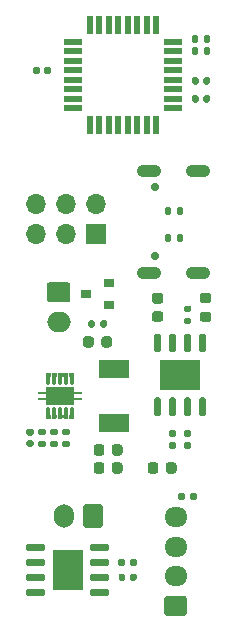
<source format=gbr>
%TF.GenerationSoftware,KiCad,Pcbnew,5.1.9-73d0e3b20d~88~ubuntu18.04.1*%
%TF.CreationDate,2021-02-25T17:56:51+01:00*%
%TF.ProjectId,climate_control,636c696d-6174-4655-9f63-6f6e74726f6c,rev?*%
%TF.SameCoordinates,Original*%
%TF.FileFunction,Soldermask,Top*%
%TF.FilePolarity,Negative*%
%FSLAX46Y46*%
G04 Gerber Fmt 4.6, Leading zero omitted, Abs format (unit mm)*
G04 Created by KiCad (PCBNEW 5.1.9-73d0e3b20d~88~ubuntu18.04.1) date 2021-02-25 17:56:51*
%MOMM*%
%LPD*%
G01*
G04 APERTURE LIST*
%ADD10O,1.950000X1.700000*%
%ADD11R,1.600000X0.550000*%
%ADD12R,0.550000X1.600000*%
%ADD13R,3.500000X2.600000*%
%ADD14R,2.600000X3.500000*%
%ADD15O,0.420000X0.990000*%
%ADD16R,1.050000X0.680000*%
%ADD17R,0.700000X0.280000*%
%ADD18R,0.500000X0.260000*%
%ADD19R,2.400000X1.650000*%
%ADD20C,0.600000*%
%ADD21R,0.900000X0.800000*%
%ADD22O,1.700000X2.000000*%
%ADD23O,2.000000X1.700000*%
%ADD24C,0.700000*%
%ADD25O,2.100000X1.050000*%
%ADD26R,1.700000X1.700000*%
%ADD27O,1.700000X1.700000*%
%ADD28R,2.500000X1.500000*%
G04 APERTURE END LIST*
%TO.C,C6*%
G36*
G01*
X102416000Y-107399000D02*
X102416000Y-107739000D01*
G75*
G02*
X102276000Y-107879000I-140000J0D01*
G01*
X101996000Y-107879000D01*
G75*
G02*
X101856000Y-107739000I0J140000D01*
G01*
X101856000Y-107399000D01*
G75*
G02*
X101996000Y-107259000I140000J0D01*
G01*
X102276000Y-107259000D01*
G75*
G02*
X102416000Y-107399000I0J-140000D01*
G01*
G37*
G36*
G01*
X103376000Y-107399000D02*
X103376000Y-107739000D01*
G75*
G02*
X103236000Y-107879000I-140000J0D01*
G01*
X102956000Y-107879000D01*
G75*
G02*
X102816000Y-107739000I0J140000D01*
G01*
X102816000Y-107399000D01*
G75*
G02*
X102956000Y-107259000I140000J0D01*
G01*
X103236000Y-107259000D01*
G75*
G02*
X103376000Y-107399000I0J-140000D01*
G01*
G37*
%TD*%
%TO.C,J1*%
G36*
G01*
X114644000Y-153758000D02*
X113194000Y-153758000D01*
G75*
G02*
X112944000Y-153508000I0J250000D01*
G01*
X112944000Y-152308000D01*
G75*
G02*
X113194000Y-152058000I250000J0D01*
G01*
X114644000Y-152058000D01*
G75*
G02*
X114894000Y-152308000I0J-250000D01*
G01*
X114894000Y-153508000D01*
G75*
G02*
X114644000Y-153758000I-250000J0D01*
G01*
G37*
D10*
X113919000Y-150408000D03*
X113919000Y-147908000D03*
X113919000Y-145408000D03*
%TD*%
D11*
%TO.C,U3*%
X105224000Y-105150000D03*
X105224000Y-105950000D03*
X105224000Y-106750000D03*
X105224000Y-107550000D03*
X105224000Y-108350000D03*
X105224000Y-109150000D03*
X105224000Y-109950000D03*
X105224000Y-110750000D03*
D12*
X106674000Y-112200000D03*
X107474000Y-112200000D03*
X108274000Y-112200000D03*
X109074000Y-112200000D03*
X109874000Y-112200000D03*
X110674000Y-112200000D03*
X111474000Y-112200000D03*
X112274000Y-112200000D03*
D11*
X113724000Y-110750000D03*
X113724000Y-109950000D03*
X113724000Y-109150000D03*
X113724000Y-108350000D03*
X113724000Y-107550000D03*
X113724000Y-106750000D03*
X113724000Y-105950000D03*
X113724000Y-105150000D03*
D12*
X112274000Y-103700000D03*
X111474000Y-103700000D03*
X110674000Y-103700000D03*
X109874000Y-103700000D03*
X109074000Y-103700000D03*
X108274000Y-103700000D03*
X107474000Y-103700000D03*
X106674000Y-103700000D03*
%TD*%
%TO.C,C1*%
G36*
G01*
X112645000Y-127310000D02*
X112145000Y-127310000D01*
G75*
G02*
X111920000Y-127085000I0J225000D01*
G01*
X111920000Y-126635000D01*
G75*
G02*
X112145000Y-126410000I225000J0D01*
G01*
X112645000Y-126410000D01*
G75*
G02*
X112870000Y-126635000I0J-225000D01*
G01*
X112870000Y-127085000D01*
G75*
G02*
X112645000Y-127310000I-225000J0D01*
G01*
G37*
G36*
G01*
X112645000Y-128860000D02*
X112145000Y-128860000D01*
G75*
G02*
X111920000Y-128635000I0J225000D01*
G01*
X111920000Y-128185000D01*
G75*
G02*
X112145000Y-127960000I225000J0D01*
G01*
X112645000Y-127960000D01*
G75*
G02*
X112870000Y-128185000I0J-225000D01*
G01*
X112870000Y-128635000D01*
G75*
G02*
X112645000Y-128860000I-225000J0D01*
G01*
G37*
%TD*%
%TO.C,C4*%
G36*
G01*
X113101000Y-141474000D02*
X113101000Y-140974000D01*
G75*
G02*
X113326000Y-140749000I225000J0D01*
G01*
X113776000Y-140749000D01*
G75*
G02*
X114001000Y-140974000I0J-225000D01*
G01*
X114001000Y-141474000D01*
G75*
G02*
X113776000Y-141699000I-225000J0D01*
G01*
X113326000Y-141699000D01*
G75*
G02*
X113101000Y-141474000I0J225000D01*
G01*
G37*
G36*
G01*
X111551000Y-141474000D02*
X111551000Y-140974000D01*
G75*
G02*
X111776000Y-140749000I225000J0D01*
G01*
X112226000Y-140749000D01*
G75*
G02*
X112451000Y-140974000I0J-225000D01*
G01*
X112451000Y-141474000D01*
G75*
G02*
X112226000Y-141699000I-225000J0D01*
G01*
X111776000Y-141699000D01*
G75*
G02*
X111551000Y-141474000I0J225000D01*
G01*
G37*
%TD*%
%TO.C,C7*%
G36*
G01*
X107879000Y-139450000D02*
X107879000Y-139950000D01*
G75*
G02*
X107654000Y-140175000I-225000J0D01*
G01*
X107204000Y-140175000D01*
G75*
G02*
X106979000Y-139950000I0J225000D01*
G01*
X106979000Y-139450000D01*
G75*
G02*
X107204000Y-139225000I225000J0D01*
G01*
X107654000Y-139225000D01*
G75*
G02*
X107879000Y-139450000I0J-225000D01*
G01*
G37*
G36*
G01*
X109429000Y-139450000D02*
X109429000Y-139950000D01*
G75*
G02*
X109204000Y-140175000I-225000J0D01*
G01*
X108754000Y-140175000D01*
G75*
G02*
X108529000Y-139950000I0J225000D01*
G01*
X108529000Y-139450000D01*
G75*
G02*
X108754000Y-139225000I225000J0D01*
G01*
X109204000Y-139225000D01*
G75*
G02*
X109429000Y-139450000I0J-225000D01*
G01*
G37*
%TD*%
%TO.C,C8*%
G36*
G01*
X109429000Y-140974000D02*
X109429000Y-141474000D01*
G75*
G02*
X109204000Y-141699000I-225000J0D01*
G01*
X108754000Y-141699000D01*
G75*
G02*
X108529000Y-141474000I0J225000D01*
G01*
X108529000Y-140974000D01*
G75*
G02*
X108754000Y-140749000I225000J0D01*
G01*
X109204000Y-140749000D01*
G75*
G02*
X109429000Y-140974000I0J-225000D01*
G01*
G37*
G36*
G01*
X107879000Y-140974000D02*
X107879000Y-141474000D01*
G75*
G02*
X107654000Y-141699000I-225000J0D01*
G01*
X107204000Y-141699000D01*
G75*
G02*
X106979000Y-141474000I0J225000D01*
G01*
X106979000Y-140974000D01*
G75*
G02*
X107204000Y-140749000I225000J0D01*
G01*
X107654000Y-140749000D01*
G75*
G02*
X107879000Y-140974000I0J-225000D01*
G01*
G37*
%TD*%
%TO.C,C10*%
G36*
G01*
X106090000Y-130806000D02*
X106090000Y-130306000D01*
G75*
G02*
X106315000Y-130081000I225000J0D01*
G01*
X106765000Y-130081000D01*
G75*
G02*
X106990000Y-130306000I0J-225000D01*
G01*
X106990000Y-130806000D01*
G75*
G02*
X106765000Y-131031000I-225000J0D01*
G01*
X106315000Y-131031000D01*
G75*
G02*
X106090000Y-130806000I0J225000D01*
G01*
G37*
G36*
G01*
X107640000Y-130806000D02*
X107640000Y-130306000D01*
G75*
G02*
X107865000Y-130081000I225000J0D01*
G01*
X108315000Y-130081000D01*
G75*
G02*
X108540000Y-130306000I0J-225000D01*
G01*
X108540000Y-130806000D01*
G75*
G02*
X108315000Y-131031000I-225000J0D01*
G01*
X107865000Y-131031000D01*
G75*
G02*
X107640000Y-130806000I0J225000D01*
G01*
G37*
%TD*%
D13*
%TO.C,U1*%
X114300000Y-133350000D03*
G36*
G01*
X116055000Y-135250000D02*
X116355000Y-135250000D01*
G75*
G02*
X116505000Y-135400000I0J-150000D01*
G01*
X116505000Y-136700000D01*
G75*
G02*
X116355000Y-136850000I-150000J0D01*
G01*
X116055000Y-136850000D01*
G75*
G02*
X115905000Y-136700000I0J150000D01*
G01*
X115905000Y-135400000D01*
G75*
G02*
X116055000Y-135250000I150000J0D01*
G01*
G37*
G36*
G01*
X114785000Y-135250000D02*
X115085000Y-135250000D01*
G75*
G02*
X115235000Y-135400000I0J-150000D01*
G01*
X115235000Y-136700000D01*
G75*
G02*
X115085000Y-136850000I-150000J0D01*
G01*
X114785000Y-136850000D01*
G75*
G02*
X114635000Y-136700000I0J150000D01*
G01*
X114635000Y-135400000D01*
G75*
G02*
X114785000Y-135250000I150000J0D01*
G01*
G37*
G36*
G01*
X113515000Y-135250000D02*
X113815000Y-135250000D01*
G75*
G02*
X113965000Y-135400000I0J-150000D01*
G01*
X113965000Y-136700000D01*
G75*
G02*
X113815000Y-136850000I-150000J0D01*
G01*
X113515000Y-136850000D01*
G75*
G02*
X113365000Y-136700000I0J150000D01*
G01*
X113365000Y-135400000D01*
G75*
G02*
X113515000Y-135250000I150000J0D01*
G01*
G37*
G36*
G01*
X112245000Y-135250000D02*
X112545000Y-135250000D01*
G75*
G02*
X112695000Y-135400000I0J-150000D01*
G01*
X112695000Y-136700000D01*
G75*
G02*
X112545000Y-136850000I-150000J0D01*
G01*
X112245000Y-136850000D01*
G75*
G02*
X112095000Y-136700000I0J150000D01*
G01*
X112095000Y-135400000D01*
G75*
G02*
X112245000Y-135250000I150000J0D01*
G01*
G37*
G36*
G01*
X112245000Y-129850000D02*
X112545000Y-129850000D01*
G75*
G02*
X112695000Y-130000000I0J-150000D01*
G01*
X112695000Y-131300000D01*
G75*
G02*
X112545000Y-131450000I-150000J0D01*
G01*
X112245000Y-131450000D01*
G75*
G02*
X112095000Y-131300000I0J150000D01*
G01*
X112095000Y-130000000D01*
G75*
G02*
X112245000Y-129850000I150000J0D01*
G01*
G37*
G36*
G01*
X113515000Y-129850000D02*
X113815000Y-129850000D01*
G75*
G02*
X113965000Y-130000000I0J-150000D01*
G01*
X113965000Y-131300000D01*
G75*
G02*
X113815000Y-131450000I-150000J0D01*
G01*
X113515000Y-131450000D01*
G75*
G02*
X113365000Y-131300000I0J150000D01*
G01*
X113365000Y-130000000D01*
G75*
G02*
X113515000Y-129850000I150000J0D01*
G01*
G37*
G36*
G01*
X114785000Y-129850000D02*
X115085000Y-129850000D01*
G75*
G02*
X115235000Y-130000000I0J-150000D01*
G01*
X115235000Y-131300000D01*
G75*
G02*
X115085000Y-131450000I-150000J0D01*
G01*
X114785000Y-131450000D01*
G75*
G02*
X114635000Y-131300000I0J150000D01*
G01*
X114635000Y-130000000D01*
G75*
G02*
X114785000Y-129850000I150000J0D01*
G01*
G37*
G36*
G01*
X116055000Y-129850000D02*
X116355000Y-129850000D01*
G75*
G02*
X116505000Y-130000000I0J-150000D01*
G01*
X116505000Y-131300000D01*
G75*
G02*
X116355000Y-131450000I-150000J0D01*
G01*
X116055000Y-131450000D01*
G75*
G02*
X115905000Y-131300000I0J150000D01*
G01*
X115905000Y-130000000D01*
G75*
G02*
X116055000Y-129850000I150000J0D01*
G01*
G37*
%TD*%
%TO.C,U2*%
G36*
G01*
X101275000Y-148105000D02*
X101275000Y-147805000D01*
G75*
G02*
X101425000Y-147655000I150000J0D01*
G01*
X102725000Y-147655000D01*
G75*
G02*
X102875000Y-147805000I0J-150000D01*
G01*
X102875000Y-148105000D01*
G75*
G02*
X102725000Y-148255000I-150000J0D01*
G01*
X101425000Y-148255000D01*
G75*
G02*
X101275000Y-148105000I0J150000D01*
G01*
G37*
G36*
G01*
X101275000Y-149375000D02*
X101275000Y-149075000D01*
G75*
G02*
X101425000Y-148925000I150000J0D01*
G01*
X102725000Y-148925000D01*
G75*
G02*
X102875000Y-149075000I0J-150000D01*
G01*
X102875000Y-149375000D01*
G75*
G02*
X102725000Y-149525000I-150000J0D01*
G01*
X101425000Y-149525000D01*
G75*
G02*
X101275000Y-149375000I0J150000D01*
G01*
G37*
G36*
G01*
X101275000Y-150645000D02*
X101275000Y-150345000D01*
G75*
G02*
X101425000Y-150195000I150000J0D01*
G01*
X102725000Y-150195000D01*
G75*
G02*
X102875000Y-150345000I0J-150000D01*
G01*
X102875000Y-150645000D01*
G75*
G02*
X102725000Y-150795000I-150000J0D01*
G01*
X101425000Y-150795000D01*
G75*
G02*
X101275000Y-150645000I0J150000D01*
G01*
G37*
G36*
G01*
X101275000Y-151915000D02*
X101275000Y-151615000D01*
G75*
G02*
X101425000Y-151465000I150000J0D01*
G01*
X102725000Y-151465000D01*
G75*
G02*
X102875000Y-151615000I0J-150000D01*
G01*
X102875000Y-151915000D01*
G75*
G02*
X102725000Y-152065000I-150000J0D01*
G01*
X101425000Y-152065000D01*
G75*
G02*
X101275000Y-151915000I0J150000D01*
G01*
G37*
G36*
G01*
X106675000Y-151915000D02*
X106675000Y-151615000D01*
G75*
G02*
X106825000Y-151465000I150000J0D01*
G01*
X108125000Y-151465000D01*
G75*
G02*
X108275000Y-151615000I0J-150000D01*
G01*
X108275000Y-151915000D01*
G75*
G02*
X108125000Y-152065000I-150000J0D01*
G01*
X106825000Y-152065000D01*
G75*
G02*
X106675000Y-151915000I0J150000D01*
G01*
G37*
G36*
G01*
X106675000Y-150645000D02*
X106675000Y-150345000D01*
G75*
G02*
X106825000Y-150195000I150000J0D01*
G01*
X108125000Y-150195000D01*
G75*
G02*
X108275000Y-150345000I0J-150000D01*
G01*
X108275000Y-150645000D01*
G75*
G02*
X108125000Y-150795000I-150000J0D01*
G01*
X106825000Y-150795000D01*
G75*
G02*
X106675000Y-150645000I0J150000D01*
G01*
G37*
G36*
G01*
X106675000Y-149375000D02*
X106675000Y-149075000D01*
G75*
G02*
X106825000Y-148925000I150000J0D01*
G01*
X108125000Y-148925000D01*
G75*
G02*
X108275000Y-149075000I0J-150000D01*
G01*
X108275000Y-149375000D01*
G75*
G02*
X108125000Y-149525000I-150000J0D01*
G01*
X106825000Y-149525000D01*
G75*
G02*
X106675000Y-149375000I0J150000D01*
G01*
G37*
G36*
G01*
X106675000Y-148105000D02*
X106675000Y-147805000D01*
G75*
G02*
X106825000Y-147655000I150000J0D01*
G01*
X108125000Y-147655000D01*
G75*
G02*
X108275000Y-147805000I0J-150000D01*
G01*
X108275000Y-148105000D01*
G75*
G02*
X108125000Y-148255000I-150000J0D01*
G01*
X106825000Y-148255000D01*
G75*
G02*
X106675000Y-148105000I0J150000D01*
G01*
G37*
D14*
X104775000Y-149860000D03*
%TD*%
D15*
%TO.C,U4*%
X105140000Y-133653000D03*
X104640000Y-133653000D03*
G36*
G01*
X104000000Y-133158000D02*
X104280000Y-133158000D01*
G75*
G02*
X104350000Y-133228000I0J-70000D01*
G01*
X104350000Y-133508000D01*
G75*
G02*
X104280000Y-133578000I-70000J0D01*
G01*
X104000000Y-133578000D01*
G75*
G02*
X103930000Y-133508000I0J70000D01*
G01*
X103930000Y-133228000D01*
G75*
G02*
X104000000Y-133158000I70000J0D01*
G01*
G37*
X103640000Y-133653000D03*
G36*
G01*
X103000000Y-133158000D02*
X103280000Y-133158000D01*
G75*
G02*
X103350000Y-133228000I0J-70000D01*
G01*
X103350000Y-133508000D01*
G75*
G02*
X103280000Y-133578000I-70000J0D01*
G01*
X103000000Y-133578000D01*
G75*
G02*
X102930000Y-133508000I0J70000D01*
G01*
X102930000Y-133228000D01*
G75*
G02*
X103000000Y-133158000I70000J0D01*
G01*
G37*
X103140000Y-136603000D03*
X103640000Y-136603000D03*
G36*
G01*
X104000000Y-136678000D02*
X104280000Y-136678000D01*
G75*
G02*
X104350000Y-136748000I0J-70000D01*
G01*
X104350000Y-137028000D01*
G75*
G02*
X104280000Y-137098000I-70000J0D01*
G01*
X104000000Y-137098000D01*
G75*
G02*
X103930000Y-137028000I0J70000D01*
G01*
X103930000Y-136748000D01*
G75*
G02*
X104000000Y-136678000I70000J0D01*
G01*
G37*
G36*
G01*
X104500000Y-136678000D02*
X104780000Y-136678000D01*
G75*
G02*
X104850000Y-136748000I0J-70000D01*
G01*
X104850000Y-137028000D01*
G75*
G02*
X104780000Y-137098000I-70000J0D01*
G01*
X104500000Y-137098000D01*
G75*
G02*
X104430000Y-137028000I0J70000D01*
G01*
X104430000Y-136748000D01*
G75*
G02*
X104500000Y-136678000I70000J0D01*
G01*
G37*
G36*
G01*
X105000000Y-136678000D02*
X105280000Y-136678000D01*
G75*
G02*
X105350000Y-136748000I0J-70000D01*
G01*
X105350000Y-137028000D01*
G75*
G02*
X105280000Y-137098000I-70000J0D01*
G01*
X105000000Y-137098000D01*
G75*
G02*
X104930000Y-137028000I0J70000D01*
G01*
X104930000Y-136748000D01*
G75*
G02*
X105000000Y-136678000I70000J0D01*
G01*
G37*
D16*
X104775000Y-134678000D03*
D17*
X105690000Y-134878000D03*
D18*
X105770000Y-134878000D03*
D17*
X105690000Y-135378000D03*
X102590000Y-134878000D03*
X102590000Y-135378000D03*
D18*
X105770000Y-135378000D03*
X102510000Y-134878000D03*
X102510000Y-135378000D03*
D16*
X104775000Y-135578000D03*
X103505000Y-134678000D03*
X103505000Y-135578000D03*
D19*
X104140000Y-135128000D03*
G36*
G01*
X105000000Y-133158000D02*
X105280000Y-133158000D01*
G75*
G02*
X105350000Y-133228000I0J-70000D01*
G01*
X105350000Y-133508000D01*
G75*
G02*
X105280000Y-133578000I-70000J0D01*
G01*
X105000000Y-133578000D01*
G75*
G02*
X104930000Y-133508000I0J70000D01*
G01*
X104930000Y-133228000D01*
G75*
G02*
X105000000Y-133158000I70000J0D01*
G01*
G37*
G36*
G01*
X104500000Y-133158000D02*
X104780000Y-133158000D01*
G75*
G02*
X104850000Y-133228000I0J-70000D01*
G01*
X104850000Y-133508000D01*
G75*
G02*
X104780000Y-133578000I-70000J0D01*
G01*
X104500000Y-133578000D01*
G75*
G02*
X104430000Y-133508000I0J70000D01*
G01*
X104430000Y-133228000D01*
G75*
G02*
X104500000Y-133158000I70000J0D01*
G01*
G37*
D15*
X104140000Y-133653000D03*
G36*
G01*
X103500000Y-133158000D02*
X103780000Y-133158000D01*
G75*
G02*
X103850000Y-133228000I0J-70000D01*
G01*
X103850000Y-133508000D01*
G75*
G02*
X103780000Y-133578000I-70000J0D01*
G01*
X103500000Y-133578000D01*
G75*
G02*
X103430000Y-133508000I0J70000D01*
G01*
X103430000Y-133228000D01*
G75*
G02*
X103500000Y-133158000I70000J0D01*
G01*
G37*
X103140000Y-133653000D03*
G36*
G01*
X103000000Y-136678000D02*
X103280000Y-136678000D01*
G75*
G02*
X103350000Y-136748000I0J-70000D01*
G01*
X103350000Y-137028000D01*
G75*
G02*
X103280000Y-137098000I-70000J0D01*
G01*
X103000000Y-137098000D01*
G75*
G02*
X102930000Y-137028000I0J70000D01*
G01*
X102930000Y-136748000D01*
G75*
G02*
X103000000Y-136678000I70000J0D01*
G01*
G37*
G36*
G01*
X103500000Y-136678000D02*
X103780000Y-136678000D01*
G75*
G02*
X103850000Y-136748000I0J-70000D01*
G01*
X103850000Y-137028000D01*
G75*
G02*
X103780000Y-137098000I-70000J0D01*
G01*
X103500000Y-137098000D01*
G75*
G02*
X103430000Y-137028000I0J70000D01*
G01*
X103430000Y-136748000D01*
G75*
G02*
X103500000Y-136678000I70000J0D01*
G01*
G37*
X104140000Y-136603000D03*
X104640000Y-136603000D03*
X105140000Y-136603000D03*
D20*
X103390000Y-135628000D03*
X104140000Y-135128000D03*
X104890000Y-135628000D03*
X104890000Y-134628000D03*
X103390000Y-134628000D03*
%TD*%
%TO.C,D1*%
G36*
G01*
X116715250Y-128860000D02*
X116202750Y-128860000D01*
G75*
G02*
X115984000Y-128641250I0J218750D01*
G01*
X115984000Y-128203750D01*
G75*
G02*
X116202750Y-127985000I218750J0D01*
G01*
X116715250Y-127985000D01*
G75*
G02*
X116934000Y-128203750I0J-218750D01*
G01*
X116934000Y-128641250D01*
G75*
G02*
X116715250Y-128860000I-218750J0D01*
G01*
G37*
G36*
G01*
X116715250Y-127285000D02*
X116202750Y-127285000D01*
G75*
G02*
X115984000Y-127066250I0J218750D01*
G01*
X115984000Y-126628750D01*
G75*
G02*
X116202750Y-126410000I218750J0D01*
G01*
X116715250Y-126410000D01*
G75*
G02*
X116934000Y-126628750I0J-218750D01*
G01*
X116934000Y-127066250D01*
G75*
G02*
X116715250Y-127285000I-218750J0D01*
G01*
G37*
%TD*%
D21*
%TO.C,Q2*%
X108315000Y-127442000D03*
X108315000Y-125542000D03*
X106315000Y-126492000D03*
%TD*%
D22*
%TO.C,J2*%
X104434000Y-145288000D03*
G36*
G01*
X107784000Y-144538000D02*
X107784000Y-146038000D01*
G75*
G02*
X107534000Y-146288000I-250000J0D01*
G01*
X106334000Y-146288000D01*
G75*
G02*
X106084000Y-146038000I0J250000D01*
G01*
X106084000Y-144538000D01*
G75*
G02*
X106334000Y-144288000I250000J0D01*
G01*
X107534000Y-144288000D01*
G75*
G02*
X107784000Y-144538000I0J-250000D01*
G01*
G37*
%TD*%
%TO.C,J4*%
G36*
G01*
X103263000Y-125515000D02*
X104763000Y-125515000D01*
G75*
G02*
X105013000Y-125765000I0J-250000D01*
G01*
X105013000Y-126965000D01*
G75*
G02*
X104763000Y-127215000I-250000J0D01*
G01*
X103263000Y-127215000D01*
G75*
G02*
X103013000Y-126965000I0J250000D01*
G01*
X103013000Y-125765000D01*
G75*
G02*
X103263000Y-125515000I250000J0D01*
G01*
G37*
D23*
X104013000Y-128865000D03*
%TD*%
%TO.C,R1*%
G36*
G01*
X113480000Y-138031000D02*
X113850000Y-138031000D01*
G75*
G02*
X113985000Y-138166000I0J-135000D01*
G01*
X113985000Y-138436000D01*
G75*
G02*
X113850000Y-138571000I-135000J0D01*
G01*
X113480000Y-138571000D01*
G75*
G02*
X113345000Y-138436000I0J135000D01*
G01*
X113345000Y-138166000D01*
G75*
G02*
X113480000Y-138031000I135000J0D01*
G01*
G37*
G36*
G01*
X113480000Y-139051000D02*
X113850000Y-139051000D01*
G75*
G02*
X113985000Y-139186000I0J-135000D01*
G01*
X113985000Y-139456000D01*
G75*
G02*
X113850000Y-139591000I-135000J0D01*
G01*
X113480000Y-139591000D01*
G75*
G02*
X113345000Y-139456000I0J135000D01*
G01*
X113345000Y-139186000D01*
G75*
G02*
X113480000Y-139051000I135000J0D01*
G01*
G37*
%TD*%
%TO.C,R2*%
G36*
G01*
X115120000Y-139591000D02*
X114750000Y-139591000D01*
G75*
G02*
X114615000Y-139456000I0J135000D01*
G01*
X114615000Y-139186000D01*
G75*
G02*
X114750000Y-139051000I135000J0D01*
G01*
X115120000Y-139051000D01*
G75*
G02*
X115255000Y-139186000I0J-135000D01*
G01*
X115255000Y-139456000D01*
G75*
G02*
X115120000Y-139591000I-135000J0D01*
G01*
G37*
G36*
G01*
X115120000Y-138571000D02*
X114750000Y-138571000D01*
G75*
G02*
X114615000Y-138436000I0J135000D01*
G01*
X114615000Y-138166000D01*
G75*
G02*
X114750000Y-138031000I135000J0D01*
G01*
X115120000Y-138031000D01*
G75*
G02*
X115255000Y-138166000I0J-135000D01*
G01*
X115255000Y-138436000D01*
G75*
G02*
X115120000Y-138571000I-135000J0D01*
G01*
G37*
%TD*%
%TO.C,R4*%
G36*
G01*
X114695000Y-143452000D02*
X114695000Y-143822000D01*
G75*
G02*
X114560000Y-143957000I-135000J0D01*
G01*
X114290000Y-143957000D01*
G75*
G02*
X114155000Y-143822000I0J135000D01*
G01*
X114155000Y-143452000D01*
G75*
G02*
X114290000Y-143317000I135000J0D01*
G01*
X114560000Y-143317000D01*
G75*
G02*
X114695000Y-143452000I0J-135000D01*
G01*
G37*
G36*
G01*
X115715000Y-143452000D02*
X115715000Y-143822000D01*
G75*
G02*
X115580000Y-143957000I-135000J0D01*
G01*
X115310000Y-143957000D01*
G75*
G02*
X115175000Y-143822000I0J135000D01*
G01*
X115175000Y-143452000D01*
G75*
G02*
X115310000Y-143317000I135000J0D01*
G01*
X115580000Y-143317000D01*
G75*
G02*
X115715000Y-143452000I0J-135000D01*
G01*
G37*
%TD*%
%TO.C,R9*%
G36*
G01*
X114032000Y-121946000D02*
X114032000Y-121576000D01*
G75*
G02*
X114167000Y-121441000I135000J0D01*
G01*
X114437000Y-121441000D01*
G75*
G02*
X114572000Y-121576000I0J-135000D01*
G01*
X114572000Y-121946000D01*
G75*
G02*
X114437000Y-122081000I-135000J0D01*
G01*
X114167000Y-122081000D01*
G75*
G02*
X114032000Y-121946000I0J135000D01*
G01*
G37*
G36*
G01*
X113012000Y-121946000D02*
X113012000Y-121576000D01*
G75*
G02*
X113147000Y-121441000I135000J0D01*
G01*
X113417000Y-121441000D01*
G75*
G02*
X113552000Y-121576000I0J-135000D01*
G01*
X113552000Y-121946000D01*
G75*
G02*
X113417000Y-122081000I-135000J0D01*
G01*
X113147000Y-122081000D01*
G75*
G02*
X113012000Y-121946000I0J135000D01*
G01*
G37*
%TD*%
%TO.C,R11*%
G36*
G01*
X115120000Y-128030000D02*
X114750000Y-128030000D01*
G75*
G02*
X114615000Y-127895000I0J135000D01*
G01*
X114615000Y-127625000D01*
G75*
G02*
X114750000Y-127490000I135000J0D01*
G01*
X115120000Y-127490000D01*
G75*
G02*
X115255000Y-127625000I0J-135000D01*
G01*
X115255000Y-127895000D01*
G75*
G02*
X115120000Y-128030000I-135000J0D01*
G01*
G37*
G36*
G01*
X115120000Y-129050000D02*
X114750000Y-129050000D01*
G75*
G02*
X114615000Y-128915000I0J135000D01*
G01*
X114615000Y-128645000D01*
G75*
G02*
X114750000Y-128510000I135000J0D01*
G01*
X115120000Y-128510000D01*
G75*
G02*
X115255000Y-128645000I0J-135000D01*
G01*
X115255000Y-128915000D01*
G75*
G02*
X115120000Y-129050000I-135000J0D01*
G01*
G37*
%TD*%
%TO.C,R12*%
G36*
G01*
X109075000Y-149410000D02*
X109075000Y-149040000D01*
G75*
G02*
X109210000Y-148905000I135000J0D01*
G01*
X109480000Y-148905000D01*
G75*
G02*
X109615000Y-149040000I0J-135000D01*
G01*
X109615000Y-149410000D01*
G75*
G02*
X109480000Y-149545000I-135000J0D01*
G01*
X109210000Y-149545000D01*
G75*
G02*
X109075000Y-149410000I0J135000D01*
G01*
G37*
G36*
G01*
X110095000Y-149410000D02*
X110095000Y-149040000D01*
G75*
G02*
X110230000Y-148905000I135000J0D01*
G01*
X110500000Y-148905000D01*
G75*
G02*
X110635000Y-149040000I0J-135000D01*
G01*
X110635000Y-149410000D01*
G75*
G02*
X110500000Y-149545000I-135000J0D01*
G01*
X110230000Y-149545000D01*
G75*
G02*
X110095000Y-149410000I0J135000D01*
G01*
G37*
%TD*%
%TO.C,R13*%
G36*
G01*
X113012000Y-119660000D02*
X113012000Y-119290000D01*
G75*
G02*
X113147000Y-119155000I135000J0D01*
G01*
X113417000Y-119155000D01*
G75*
G02*
X113552000Y-119290000I0J-135000D01*
G01*
X113552000Y-119660000D01*
G75*
G02*
X113417000Y-119795000I-135000J0D01*
G01*
X113147000Y-119795000D01*
G75*
G02*
X113012000Y-119660000I0J135000D01*
G01*
G37*
G36*
G01*
X114032000Y-119660000D02*
X114032000Y-119290000D01*
G75*
G02*
X114167000Y-119155000I135000J0D01*
G01*
X114437000Y-119155000D01*
G75*
G02*
X114572000Y-119290000I0J-135000D01*
G01*
X114572000Y-119660000D01*
G75*
G02*
X114437000Y-119795000I-135000J0D01*
G01*
X114167000Y-119795000D01*
G75*
G02*
X114032000Y-119660000I0J135000D01*
G01*
G37*
%TD*%
%TO.C,R14*%
G36*
G01*
X108095000Y-128847000D02*
X108095000Y-129217000D01*
G75*
G02*
X107960000Y-129352000I-135000J0D01*
G01*
X107690000Y-129352000D01*
G75*
G02*
X107555000Y-129217000I0J135000D01*
G01*
X107555000Y-128847000D01*
G75*
G02*
X107690000Y-128712000I135000J0D01*
G01*
X107960000Y-128712000D01*
G75*
G02*
X108095000Y-128847000I0J-135000D01*
G01*
G37*
G36*
G01*
X107075000Y-128847000D02*
X107075000Y-129217000D01*
G75*
G02*
X106940000Y-129352000I-135000J0D01*
G01*
X106670000Y-129352000D01*
G75*
G02*
X106535000Y-129217000I0J135000D01*
G01*
X106535000Y-128847000D01*
G75*
G02*
X106670000Y-128712000I135000J0D01*
G01*
X106940000Y-128712000D01*
G75*
G02*
X107075000Y-128847000I0J-135000D01*
G01*
G37*
%TD*%
%TO.C,R15*%
G36*
G01*
X104463000Y-138924000D02*
X104833000Y-138924000D01*
G75*
G02*
X104968000Y-139059000I0J-135000D01*
G01*
X104968000Y-139329000D01*
G75*
G02*
X104833000Y-139464000I-135000J0D01*
G01*
X104463000Y-139464000D01*
G75*
G02*
X104328000Y-139329000I0J135000D01*
G01*
X104328000Y-139059000D01*
G75*
G02*
X104463000Y-138924000I135000J0D01*
G01*
G37*
G36*
G01*
X104463000Y-137904000D02*
X104833000Y-137904000D01*
G75*
G02*
X104968000Y-138039000I0J-135000D01*
G01*
X104968000Y-138309000D01*
G75*
G02*
X104833000Y-138444000I-135000J0D01*
G01*
X104463000Y-138444000D01*
G75*
G02*
X104328000Y-138309000I0J135000D01*
G01*
X104328000Y-138039000D01*
G75*
G02*
X104463000Y-137904000I135000J0D01*
G01*
G37*
%TD*%
%TO.C,R17*%
G36*
G01*
X102801000Y-139464000D02*
X102431000Y-139464000D01*
G75*
G02*
X102296000Y-139329000I0J135000D01*
G01*
X102296000Y-139059000D01*
G75*
G02*
X102431000Y-138924000I135000J0D01*
G01*
X102801000Y-138924000D01*
G75*
G02*
X102936000Y-139059000I0J-135000D01*
G01*
X102936000Y-139329000D01*
G75*
G02*
X102801000Y-139464000I-135000J0D01*
G01*
G37*
G36*
G01*
X102801000Y-138444000D02*
X102431000Y-138444000D01*
G75*
G02*
X102296000Y-138309000I0J135000D01*
G01*
X102296000Y-138039000D01*
G75*
G02*
X102431000Y-137904000I135000J0D01*
G01*
X102801000Y-137904000D01*
G75*
G02*
X102936000Y-138039000I0J-135000D01*
G01*
X102936000Y-138309000D01*
G75*
G02*
X102801000Y-138444000I-135000J0D01*
G01*
G37*
%TD*%
%TO.C,R18*%
G36*
G01*
X103447000Y-138924000D02*
X103817000Y-138924000D01*
G75*
G02*
X103952000Y-139059000I0J-135000D01*
G01*
X103952000Y-139329000D01*
G75*
G02*
X103817000Y-139464000I-135000J0D01*
G01*
X103447000Y-139464000D01*
G75*
G02*
X103312000Y-139329000I0J135000D01*
G01*
X103312000Y-139059000D01*
G75*
G02*
X103447000Y-138924000I135000J0D01*
G01*
G37*
G36*
G01*
X103447000Y-137904000D02*
X103817000Y-137904000D01*
G75*
G02*
X103952000Y-138039000I0J-135000D01*
G01*
X103952000Y-138309000D01*
G75*
G02*
X103817000Y-138444000I-135000J0D01*
G01*
X103447000Y-138444000D01*
G75*
G02*
X103312000Y-138309000I0J135000D01*
G01*
X103312000Y-138039000D01*
G75*
G02*
X103447000Y-137904000I135000J0D01*
G01*
G37*
%TD*%
%TO.C,C3*%
G36*
G01*
X109095000Y-150665000D02*
X109095000Y-150325000D01*
G75*
G02*
X109235000Y-150185000I140000J0D01*
G01*
X109515000Y-150185000D01*
G75*
G02*
X109655000Y-150325000I0J-140000D01*
G01*
X109655000Y-150665000D01*
G75*
G02*
X109515000Y-150805000I-140000J0D01*
G01*
X109235000Y-150805000D01*
G75*
G02*
X109095000Y-150665000I0J140000D01*
G01*
G37*
G36*
G01*
X110055000Y-150665000D02*
X110055000Y-150325000D01*
G75*
G02*
X110195000Y-150185000I140000J0D01*
G01*
X110475000Y-150185000D01*
G75*
G02*
X110615000Y-150325000I0J-140000D01*
G01*
X110615000Y-150665000D01*
G75*
G02*
X110475000Y-150805000I-140000J0D01*
G01*
X110195000Y-150805000D01*
G75*
G02*
X110055000Y-150665000I0J140000D01*
G01*
G37*
%TD*%
%TO.C,C5*%
G36*
G01*
X115318000Y-108628000D02*
X115318000Y-108288000D01*
G75*
G02*
X115458000Y-108148000I140000J0D01*
G01*
X115738000Y-108148000D01*
G75*
G02*
X115878000Y-108288000I0J-140000D01*
G01*
X115878000Y-108628000D01*
G75*
G02*
X115738000Y-108768000I-140000J0D01*
G01*
X115458000Y-108768000D01*
G75*
G02*
X115318000Y-108628000I0J140000D01*
G01*
G37*
G36*
G01*
X116278000Y-108628000D02*
X116278000Y-108288000D01*
G75*
G02*
X116418000Y-108148000I140000J0D01*
G01*
X116698000Y-108148000D01*
G75*
G02*
X116838000Y-108288000I0J-140000D01*
G01*
X116838000Y-108628000D01*
G75*
G02*
X116698000Y-108768000I-140000J0D01*
G01*
X116418000Y-108768000D01*
G75*
G02*
X116278000Y-108628000I0J140000D01*
G01*
G37*
%TD*%
%TO.C,C9*%
G36*
G01*
X101430000Y-138884000D02*
X101770000Y-138884000D01*
G75*
G02*
X101910000Y-139024000I0J-140000D01*
G01*
X101910000Y-139304000D01*
G75*
G02*
X101770000Y-139444000I-140000J0D01*
G01*
X101430000Y-139444000D01*
G75*
G02*
X101290000Y-139304000I0J140000D01*
G01*
X101290000Y-139024000D01*
G75*
G02*
X101430000Y-138884000I140000J0D01*
G01*
G37*
G36*
G01*
X101430000Y-137924000D02*
X101770000Y-137924000D01*
G75*
G02*
X101910000Y-138064000I0J-140000D01*
G01*
X101910000Y-138344000D01*
G75*
G02*
X101770000Y-138484000I-140000J0D01*
G01*
X101430000Y-138484000D01*
G75*
G02*
X101290000Y-138344000I0J140000D01*
G01*
X101290000Y-138064000D01*
G75*
G02*
X101430000Y-137924000I140000J0D01*
G01*
G37*
%TD*%
%TO.C,C11*%
G36*
G01*
X116278000Y-110152000D02*
X116278000Y-109812000D01*
G75*
G02*
X116418000Y-109672000I140000J0D01*
G01*
X116698000Y-109672000D01*
G75*
G02*
X116838000Y-109812000I0J-140000D01*
G01*
X116838000Y-110152000D01*
G75*
G02*
X116698000Y-110292000I-140000J0D01*
G01*
X116418000Y-110292000D01*
G75*
G02*
X116278000Y-110152000I0J140000D01*
G01*
G37*
G36*
G01*
X115318000Y-110152000D02*
X115318000Y-109812000D01*
G75*
G02*
X115458000Y-109672000I140000J0D01*
G01*
X115738000Y-109672000D01*
G75*
G02*
X115878000Y-109812000I0J-140000D01*
G01*
X115878000Y-110152000D01*
G75*
G02*
X115738000Y-110292000I-140000J0D01*
G01*
X115458000Y-110292000D01*
G75*
G02*
X115318000Y-110152000I0J140000D01*
G01*
G37*
%TD*%
D24*
%TO.C,J3*%
X112174000Y-123254000D03*
X112174000Y-117474000D03*
D25*
X115824000Y-124684000D03*
X115824000Y-116044000D03*
X111644000Y-124684000D03*
X111644000Y-116044000D03*
%TD*%
D26*
%TO.C,J5*%
X107188000Y-121412000D03*
D27*
X107188000Y-118872000D03*
X104648000Y-121412000D03*
X104648000Y-118872000D03*
X102108000Y-121412000D03*
X102108000Y-118872000D03*
%TD*%
D28*
%TO.C,L1*%
X108712000Y-137378000D03*
X108712000Y-132878000D03*
%TD*%
%TO.C,R3*%
G36*
G01*
X116318000Y-105087000D02*
X116318000Y-104717000D01*
G75*
G02*
X116453000Y-104582000I135000J0D01*
G01*
X116723000Y-104582000D01*
G75*
G02*
X116858000Y-104717000I0J-135000D01*
G01*
X116858000Y-105087000D01*
G75*
G02*
X116723000Y-105222000I-135000J0D01*
G01*
X116453000Y-105222000D01*
G75*
G02*
X116318000Y-105087000I0J135000D01*
G01*
G37*
G36*
G01*
X115298000Y-105087000D02*
X115298000Y-104717000D01*
G75*
G02*
X115433000Y-104582000I135000J0D01*
G01*
X115703000Y-104582000D01*
G75*
G02*
X115838000Y-104717000I0J-135000D01*
G01*
X115838000Y-105087000D01*
G75*
G02*
X115703000Y-105222000I-135000J0D01*
G01*
X115433000Y-105222000D01*
G75*
G02*
X115298000Y-105087000I0J135000D01*
G01*
G37*
%TD*%
%TO.C,R5*%
G36*
G01*
X115298000Y-106103000D02*
X115298000Y-105733000D01*
G75*
G02*
X115433000Y-105598000I135000J0D01*
G01*
X115703000Y-105598000D01*
G75*
G02*
X115838000Y-105733000I0J-135000D01*
G01*
X115838000Y-106103000D01*
G75*
G02*
X115703000Y-106238000I-135000J0D01*
G01*
X115433000Y-106238000D01*
G75*
G02*
X115298000Y-106103000I0J135000D01*
G01*
G37*
G36*
G01*
X116318000Y-106103000D02*
X116318000Y-105733000D01*
G75*
G02*
X116453000Y-105598000I135000J0D01*
G01*
X116723000Y-105598000D01*
G75*
G02*
X116858000Y-105733000I0J-135000D01*
G01*
X116858000Y-106103000D01*
G75*
G02*
X116723000Y-106238000I-135000J0D01*
G01*
X116453000Y-106238000D01*
G75*
G02*
X116318000Y-106103000I0J135000D01*
G01*
G37*
%TD*%
M02*

</source>
